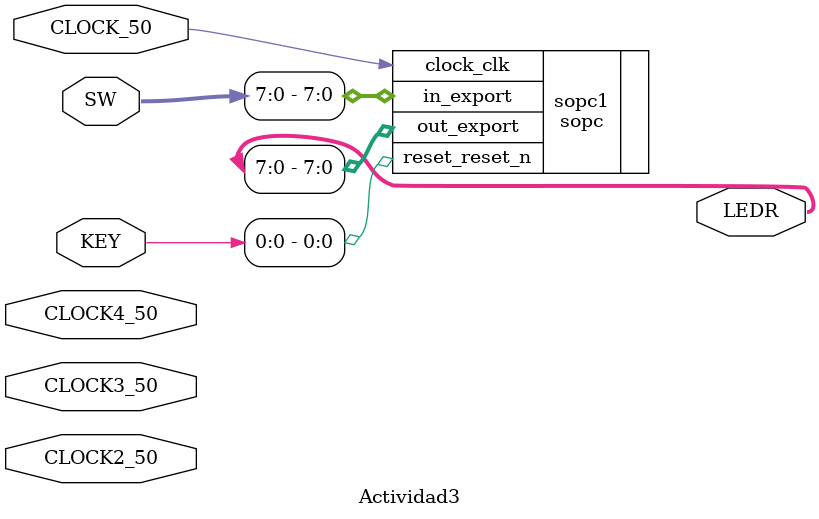
<source format=v>


module Actividad3(

	//////////// CLOCK //////////
	input 		          		CLOCK2_50,
	input 		          		CLOCK3_50,
	input 		          		CLOCK4_50,
	input 		          		CLOCK_50,

	//////////// KEY //////////
	input 		     [3:0]		KEY,

	//////////// LED //////////
	output		     [9:0]		LEDR,

	//////////// SW //////////
	input 		     [9:0]		SW
);
	
	sopc sopc1(
		.clock_clk(CLOCK_50),
		.in_export(SW[7:0]),
		.out_export(LEDR[7:0]),
		.reset_reset_n(KEY[0]),
	);


//=======================================================
//  REG/WIRE declarations
//=======================================================




//=======================================================
//  Structural coding
//=======================================================



endmodule

</source>
